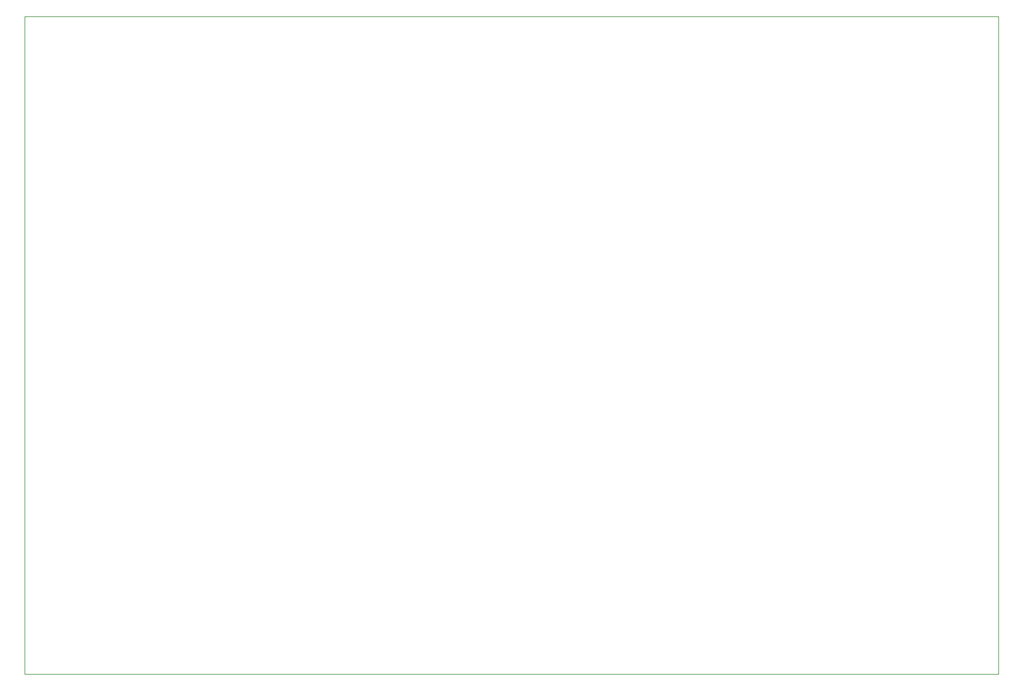
<source format=gbr>
%TF.GenerationSoftware,KiCad,Pcbnew,(6.0.5)*%
%TF.CreationDate,2022-10-03T17:09:01+02:00*%
%TF.ProjectId,riser,72697365-722e-46b6-9963-61645f706362,rev?*%
%TF.SameCoordinates,Original*%
%TF.FileFunction,Profile,NP*%
%FSLAX46Y46*%
G04 Gerber Fmt 4.6, Leading zero omitted, Abs format (unit mm)*
G04 Created by KiCad (PCBNEW (6.0.5)) date 2022-10-03 17:09:01*
%MOMM*%
%LPD*%
G01*
G04 APERTURE LIST*
%TA.AperFunction,Profile*%
%ADD10C,0.100000*%
%TD*%
G04 APERTURE END LIST*
D10*
X200820000Y-159025000D02*
X60038000Y-159025000D01*
X60038000Y-159025000D02*
X60038000Y-64008000D01*
X60038000Y-64008000D02*
X200820000Y-64008000D01*
X200820000Y-64008000D02*
X200820000Y-159025000D01*
M02*

</source>
